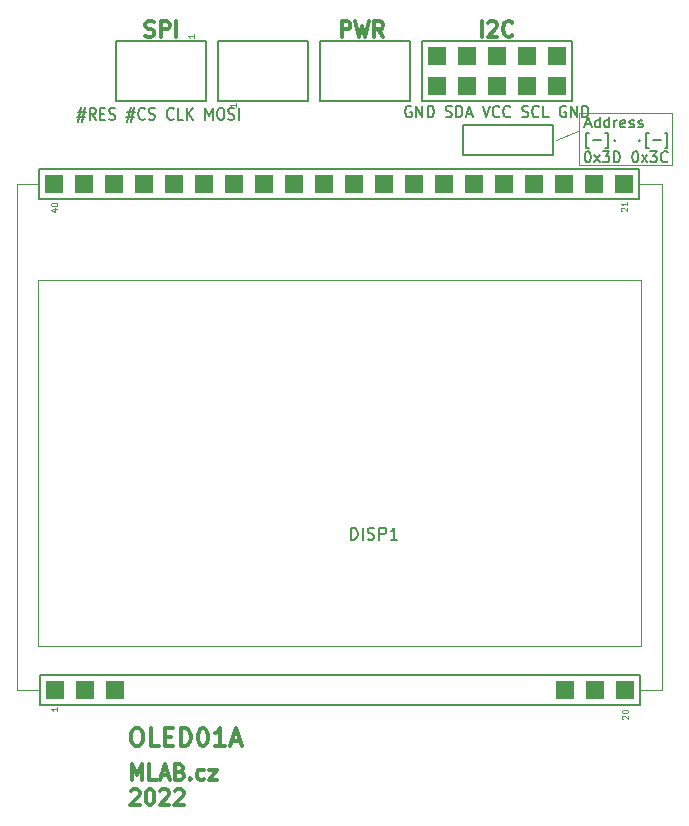
<source format=gbr>
%TF.GenerationSoftware,KiCad,Pcbnew,6.0.10+dfsg-1~bpo11+1*%
%TF.CreationDate,2023-02-13T13:45:37+00:00*%
%TF.ProjectId,OLED01,4f4c4544-3031-42e6-9b69-6361645f7063,rev?*%
%TF.SameCoordinates,PX72ba1e0PY737d6e0*%
%TF.FileFunction,Legend,Top*%
%TF.FilePolarity,Positive*%
%FSLAX46Y46*%
G04 Gerber Fmt 4.6, Leading zero omitted, Abs format (unit mm)*
G04 Created by KiCad (PCBNEW 6.0.10+dfsg-1~bpo11+1) date 2023-02-13 13:45:37*
%MOMM*%
%LPD*%
G01*
G04 APERTURE LIST*
%ADD10C,0.100000*%
%ADD11C,0.120000*%
%ADD12C,0.150000*%
%ADD13C,0.300000*%
%ADD14C,0.050000*%
%ADD15R,1.524000X1.524000*%
G04 APERTURE END LIST*
D10*
X45550000Y57300000D02*
X53450000Y57300000D01*
X53450000Y57300000D02*
X53450000Y52900000D01*
X53450000Y52900000D02*
X45550000Y52900000D01*
X45550000Y52900000D02*
X45550000Y57300000D01*
D11*
X45500000Y55800000D02*
X43600000Y55000000D01*
D12*
X3185714Y57414286D02*
X3828571Y57414286D01*
X3442857Y57842858D02*
X3185714Y56557143D01*
X3742857Y56985715D02*
X3100000Y56985715D01*
X3485714Y56557143D02*
X3742857Y57842858D01*
X4642857Y56747620D02*
X4342857Y57223810D01*
X4128571Y56747620D02*
X4128571Y57747620D01*
X4471428Y57747620D01*
X4557142Y57700000D01*
X4600000Y57652381D01*
X4642857Y57557143D01*
X4642857Y57414286D01*
X4600000Y57319048D01*
X4557142Y57271429D01*
X4471428Y57223810D01*
X4128571Y57223810D01*
X5028571Y57271429D02*
X5328571Y57271429D01*
X5457142Y56747620D02*
X5028571Y56747620D01*
X5028571Y57747620D01*
X5457142Y57747620D01*
X5800000Y56795239D02*
X5928571Y56747620D01*
X6142857Y56747620D01*
X6228571Y56795239D01*
X6271428Y56842858D01*
X6314285Y56938096D01*
X6314285Y57033334D01*
X6271428Y57128572D01*
X6228571Y57176191D01*
X6142857Y57223810D01*
X5971428Y57271429D01*
X5885714Y57319048D01*
X5842857Y57366667D01*
X5800000Y57461905D01*
X5800000Y57557143D01*
X5842857Y57652381D01*
X5885714Y57700000D01*
X5971428Y57747620D01*
X6185714Y57747620D01*
X6314285Y57700000D01*
X7342857Y57414286D02*
X7985714Y57414286D01*
X7600000Y57842858D02*
X7342857Y56557143D01*
X7900000Y56985715D02*
X7257142Y56985715D01*
X7642857Y56557143D02*
X7900000Y57842858D01*
X8800000Y56842858D02*
X8757142Y56795239D01*
X8628571Y56747620D01*
X8542857Y56747620D01*
X8414285Y56795239D01*
X8328571Y56890477D01*
X8285714Y56985715D01*
X8242857Y57176191D01*
X8242857Y57319048D01*
X8285714Y57509524D01*
X8328571Y57604762D01*
X8414285Y57700000D01*
X8542857Y57747620D01*
X8628571Y57747620D01*
X8757142Y57700000D01*
X8800000Y57652381D01*
X9142857Y56795239D02*
X9271428Y56747620D01*
X9485714Y56747620D01*
X9571428Y56795239D01*
X9614285Y56842858D01*
X9657142Y56938096D01*
X9657142Y57033334D01*
X9614285Y57128572D01*
X9571428Y57176191D01*
X9485714Y57223810D01*
X9314285Y57271429D01*
X9228571Y57319048D01*
X9185714Y57366667D01*
X9142857Y57461905D01*
X9142857Y57557143D01*
X9185714Y57652381D01*
X9228571Y57700000D01*
X9314285Y57747620D01*
X9528571Y57747620D01*
X9657142Y57700000D01*
X11242857Y56842858D02*
X11200000Y56795239D01*
X11071428Y56747620D01*
X10985714Y56747620D01*
X10857142Y56795239D01*
X10771428Y56890477D01*
X10728571Y56985715D01*
X10685714Y57176191D01*
X10685714Y57319048D01*
X10728571Y57509524D01*
X10771428Y57604762D01*
X10857142Y57700000D01*
X10985714Y57747620D01*
X11071428Y57747620D01*
X11200000Y57700000D01*
X11242857Y57652381D01*
X12057142Y56747620D02*
X11628571Y56747620D01*
X11628571Y57747620D01*
X12357142Y56747620D02*
X12357142Y57747620D01*
X12871428Y56747620D02*
X12485714Y57319048D01*
X12871428Y57747620D02*
X12357142Y57176191D01*
X13942857Y56747620D02*
X13942857Y57747620D01*
X14242857Y57033334D01*
X14542857Y57747620D01*
X14542857Y56747620D01*
X15142857Y57747620D02*
X15314285Y57747620D01*
X15400000Y57700000D01*
X15485714Y57604762D01*
X15528571Y57414286D01*
X15528571Y57080953D01*
X15485714Y56890477D01*
X15400000Y56795239D01*
X15314285Y56747620D01*
X15142857Y56747620D01*
X15057142Y56795239D01*
X14971428Y56890477D01*
X14928571Y57080953D01*
X14928571Y57414286D01*
X14971428Y57604762D01*
X15057142Y57700000D01*
X15142857Y57747620D01*
X15871428Y56795239D02*
X16000000Y56747620D01*
X16214285Y56747620D01*
X16300000Y56795239D01*
X16342857Y56842858D01*
X16385714Y56938096D01*
X16385714Y57033334D01*
X16342857Y57128572D01*
X16300000Y57176191D01*
X16214285Y57223810D01*
X16042857Y57271429D01*
X15957142Y57319048D01*
X15914285Y57366667D01*
X15871428Y57461905D01*
X15871428Y57557143D01*
X15914285Y57652381D01*
X15957142Y57700000D01*
X16042857Y57747620D01*
X16257142Y57747620D01*
X16385714Y57700000D01*
X16771428Y56747620D02*
X16771428Y57747620D01*
D13*
X8869047Y63849456D02*
X9054761Y63787551D01*
X9364285Y63787551D01*
X9488095Y63849456D01*
X9550000Y63911361D01*
X9611904Y64035170D01*
X9611904Y64158980D01*
X9550000Y64282789D01*
X9488095Y64344694D01*
X9364285Y64406599D01*
X9116666Y64468504D01*
X8992857Y64530408D01*
X8930952Y64592313D01*
X8869047Y64716123D01*
X8869047Y64839932D01*
X8930952Y64963742D01*
X8992857Y65025646D01*
X9116666Y65087551D01*
X9426190Y65087551D01*
X9611904Y65025646D01*
X10169047Y63787551D02*
X10169047Y65087551D01*
X10664285Y65087551D01*
X10788095Y65025646D01*
X10850000Y64963742D01*
X10911904Y64839932D01*
X10911904Y64654218D01*
X10850000Y64530408D01*
X10788095Y64468504D01*
X10664285Y64406599D01*
X10169047Y64406599D01*
X11469047Y63787551D02*
X11469047Y65087551D01*
D12*
X46256546Y54058093D02*
X46342260Y54058093D01*
X46427974Y54015235D01*
X46470831Y53972378D01*
X46513688Y53886664D01*
X46556546Y53715235D01*
X46556546Y53500950D01*
X46513688Y53329521D01*
X46470831Y53243807D01*
X46427974Y53200950D01*
X46342260Y53158093D01*
X46256546Y53158093D01*
X46170831Y53200950D01*
X46127974Y53243807D01*
X46085117Y53329521D01*
X46042260Y53500950D01*
X46042260Y53715235D01*
X46085117Y53886664D01*
X46127974Y53972378D01*
X46170831Y54015235D01*
X46256546Y54058093D01*
X46856546Y53158093D02*
X47327974Y53758093D01*
X46856546Y53758093D02*
X47327974Y53158093D01*
X47585117Y54058093D02*
X48142260Y54058093D01*
X47842260Y53715235D01*
X47970831Y53715235D01*
X48056546Y53672378D01*
X48099403Y53629521D01*
X48142260Y53543807D01*
X48142260Y53329521D01*
X48099403Y53243807D01*
X48056546Y53200950D01*
X47970831Y53158093D01*
X47713688Y53158093D01*
X47627974Y53200950D01*
X47585117Y53243807D01*
X48527974Y53158093D02*
X48527974Y54058093D01*
X48742260Y54058093D01*
X48870831Y54015235D01*
X48956546Y53929521D01*
X48999403Y53843807D01*
X49042260Y53672378D01*
X49042260Y53543807D01*
X48999403Y53372378D01*
X48956546Y53286664D01*
X48870831Y53200950D01*
X48742260Y53158093D01*
X48527974Y53158093D01*
X50285117Y54058093D02*
X50370831Y54058093D01*
X50456546Y54015235D01*
X50499403Y53972378D01*
X50542260Y53886664D01*
X50585117Y53715235D01*
X50585117Y53500950D01*
X50542260Y53329521D01*
X50499403Y53243807D01*
X50456546Y53200950D01*
X50370831Y53158093D01*
X50285117Y53158093D01*
X50199403Y53200950D01*
X50156546Y53243807D01*
X50113688Y53329521D01*
X50070831Y53500950D01*
X50070831Y53715235D01*
X50113688Y53886664D01*
X50156546Y53972378D01*
X50199403Y54015235D01*
X50285117Y54058093D01*
X50885117Y53158093D02*
X51356546Y53758093D01*
X50885117Y53758093D02*
X51356546Y53158093D01*
X51613688Y54058093D02*
X52170831Y54058093D01*
X51870831Y53715235D01*
X51999403Y53715235D01*
X52085117Y53672378D01*
X52127974Y53629521D01*
X52170831Y53543807D01*
X52170831Y53329521D01*
X52127974Y53243807D01*
X52085117Y53200950D01*
X51999403Y53158093D01*
X51742260Y53158093D01*
X51656546Y53200950D01*
X51613688Y53243807D01*
X53070831Y53243807D02*
X53027974Y53200950D01*
X52899403Y53158093D01*
X52813688Y53158093D01*
X52685117Y53200950D01*
X52599403Y53286664D01*
X52556546Y53372378D01*
X52513688Y53543807D01*
X52513688Y53672378D01*
X52556546Y53843807D01*
X52599403Y53929521D01*
X52685117Y54015235D01*
X52813688Y54058093D01*
X52899403Y54058093D01*
X53027974Y54015235D01*
X53070831Y53972378D01*
D13*
X7704523Y858405D02*
X7704523Y2158405D01*
X8137857Y1229834D01*
X8571190Y2158405D01*
X8571190Y858405D01*
X9809285Y858405D02*
X9190238Y858405D01*
X9190238Y2158405D01*
X10180714Y1229834D02*
X10799761Y1229834D01*
X10056904Y858405D02*
X10490238Y2158405D01*
X10923571Y858405D01*
X11790238Y1539358D02*
X11975952Y1477453D01*
X12037857Y1415548D01*
X12099761Y1291739D01*
X12099761Y1106024D01*
X12037857Y982215D01*
X11975952Y920310D01*
X11852142Y858405D01*
X11356904Y858405D01*
X11356904Y2158405D01*
X11790238Y2158405D01*
X11914047Y2096500D01*
X11975952Y2034596D01*
X12037857Y1910786D01*
X12037857Y1786977D01*
X11975952Y1663167D01*
X11914047Y1601262D01*
X11790238Y1539358D01*
X11356904Y1539358D01*
X12656904Y982215D02*
X12718809Y920310D01*
X12656904Y858405D01*
X12595000Y920310D01*
X12656904Y982215D01*
X12656904Y858405D01*
X13833095Y920310D02*
X13709285Y858405D01*
X13461666Y858405D01*
X13337857Y920310D01*
X13275952Y982215D01*
X13214047Y1106024D01*
X13214047Y1477453D01*
X13275952Y1601262D01*
X13337857Y1663167D01*
X13461666Y1725072D01*
X13709285Y1725072D01*
X13833095Y1663167D01*
X14266428Y1725072D02*
X14947380Y1725072D01*
X14266428Y858405D01*
X14947380Y858405D01*
X7642619Y-58404D02*
X7704523Y3500D01*
X7828333Y65405D01*
X8137857Y65405D01*
X8261666Y3500D01*
X8323571Y-58404D01*
X8385476Y-182214D01*
X8385476Y-306023D01*
X8323571Y-491738D01*
X7580714Y-1234595D01*
X8385476Y-1234595D01*
X9190238Y65405D02*
X9314047Y65405D01*
X9437857Y3500D01*
X9499761Y-58404D01*
X9561666Y-182214D01*
X9623571Y-429833D01*
X9623571Y-739357D01*
X9561666Y-986976D01*
X9499761Y-1110785D01*
X9437857Y-1172690D01*
X9314047Y-1234595D01*
X9190238Y-1234595D01*
X9066428Y-1172690D01*
X9004523Y-1110785D01*
X8942619Y-986976D01*
X8880714Y-739357D01*
X8880714Y-429833D01*
X8942619Y-182214D01*
X9004523Y-58404D01*
X9066428Y3500D01*
X9190238Y65405D01*
X10118809Y-58404D02*
X10180714Y3500D01*
X10304523Y65405D01*
X10614047Y65405D01*
X10737857Y3500D01*
X10799761Y-58404D01*
X10861666Y-182214D01*
X10861666Y-306023D01*
X10799761Y-491738D01*
X10056904Y-1234595D01*
X10861666Y-1234595D01*
X11356904Y-58404D02*
X11418809Y3500D01*
X11542619Y65405D01*
X11852142Y65405D01*
X11975952Y3500D01*
X12037857Y-58404D01*
X12099761Y-182214D01*
X12099761Y-306023D01*
X12037857Y-491738D01*
X11295000Y-1234595D01*
X12099761Y-1234595D01*
D12*
X31378571Y57900000D02*
X31292857Y57947620D01*
X31164285Y57947620D01*
X31035714Y57900000D01*
X30950000Y57804762D01*
X30907142Y57709524D01*
X30864285Y57519048D01*
X30864285Y57376191D01*
X30907142Y57185715D01*
X30950000Y57090477D01*
X31035714Y56995239D01*
X31164285Y56947620D01*
X31250000Y56947620D01*
X31378571Y56995239D01*
X31421428Y57042858D01*
X31421428Y57376191D01*
X31250000Y57376191D01*
X31807142Y56947620D02*
X31807142Y57947620D01*
X32321428Y56947620D01*
X32321428Y57947620D01*
X32750000Y56947620D02*
X32750000Y57947620D01*
X32964285Y57947620D01*
X33092857Y57900000D01*
X33178571Y57804762D01*
X33221428Y57709524D01*
X33264285Y57519048D01*
X33264285Y57376191D01*
X33221428Y57185715D01*
X33178571Y57090477D01*
X33092857Y56995239D01*
X32964285Y56947620D01*
X32750000Y56947620D01*
X34292857Y56995239D02*
X34421428Y56947620D01*
X34635714Y56947620D01*
X34721428Y56995239D01*
X34764285Y57042858D01*
X34807142Y57138096D01*
X34807142Y57233334D01*
X34764285Y57328572D01*
X34721428Y57376191D01*
X34635714Y57423810D01*
X34464285Y57471429D01*
X34378571Y57519048D01*
X34335714Y57566667D01*
X34292857Y57661905D01*
X34292857Y57757143D01*
X34335714Y57852381D01*
X34378571Y57900000D01*
X34464285Y57947620D01*
X34678571Y57947620D01*
X34807142Y57900000D01*
X35192857Y56947620D02*
X35192857Y57947620D01*
X35407142Y57947620D01*
X35535714Y57900000D01*
X35621428Y57804762D01*
X35664285Y57709524D01*
X35707142Y57519048D01*
X35707142Y57376191D01*
X35664285Y57185715D01*
X35621428Y57090477D01*
X35535714Y56995239D01*
X35407142Y56947620D01*
X35192857Y56947620D01*
X36050000Y57233334D02*
X36478571Y57233334D01*
X35964285Y56947620D02*
X36264285Y57947620D01*
X36564285Y56947620D01*
X37421428Y57947620D02*
X37721428Y56947620D01*
X38021428Y57947620D01*
X38835714Y57042858D02*
X38792857Y56995239D01*
X38664285Y56947620D01*
X38578571Y56947620D01*
X38450000Y56995239D01*
X38364285Y57090477D01*
X38321428Y57185715D01*
X38278571Y57376191D01*
X38278571Y57519048D01*
X38321428Y57709524D01*
X38364285Y57804762D01*
X38450000Y57900000D01*
X38578571Y57947620D01*
X38664285Y57947620D01*
X38792857Y57900000D01*
X38835714Y57852381D01*
X39735714Y57042858D02*
X39692857Y56995239D01*
X39564285Y56947620D01*
X39478571Y56947620D01*
X39350000Y56995239D01*
X39264285Y57090477D01*
X39221428Y57185715D01*
X39178571Y57376191D01*
X39178571Y57519048D01*
X39221428Y57709524D01*
X39264285Y57804762D01*
X39350000Y57900000D01*
X39478571Y57947620D01*
X39564285Y57947620D01*
X39692857Y57900000D01*
X39735714Y57852381D01*
X40764285Y56995239D02*
X40892857Y56947620D01*
X41107142Y56947620D01*
X41192857Y56995239D01*
X41235714Y57042858D01*
X41278571Y57138096D01*
X41278571Y57233334D01*
X41235714Y57328572D01*
X41192857Y57376191D01*
X41107142Y57423810D01*
X40935714Y57471429D01*
X40850000Y57519048D01*
X40807142Y57566667D01*
X40764285Y57661905D01*
X40764285Y57757143D01*
X40807142Y57852381D01*
X40850000Y57900000D01*
X40935714Y57947620D01*
X41150000Y57947620D01*
X41278571Y57900000D01*
X42178571Y57042858D02*
X42135714Y56995239D01*
X42007142Y56947620D01*
X41921428Y56947620D01*
X41792857Y56995239D01*
X41707142Y57090477D01*
X41664285Y57185715D01*
X41621428Y57376191D01*
X41621428Y57519048D01*
X41664285Y57709524D01*
X41707142Y57804762D01*
X41792857Y57900000D01*
X41921428Y57947620D01*
X42007142Y57947620D01*
X42135714Y57900000D01*
X42178571Y57852381D01*
X42992857Y56947620D02*
X42564285Y56947620D01*
X42564285Y57947620D01*
X44450000Y57900000D02*
X44364285Y57947620D01*
X44235714Y57947620D01*
X44107142Y57900000D01*
X44021428Y57804762D01*
X43978571Y57709524D01*
X43935714Y57519048D01*
X43935714Y57376191D01*
X43978571Y57185715D01*
X44021428Y57090477D01*
X44107142Y56995239D01*
X44235714Y56947620D01*
X44321428Y56947620D01*
X44450000Y56995239D01*
X44492857Y57042858D01*
X44492857Y57376191D01*
X44321428Y57376191D01*
X44878571Y56947620D02*
X44878571Y57947620D01*
X45392857Y56947620D01*
X45392857Y57947620D01*
X45821428Y56947620D02*
X45821428Y57947620D01*
X46035714Y57947620D01*
X46164285Y57900000D01*
X46250000Y57804762D01*
X46292857Y57709524D01*
X46335714Y57519048D01*
X46335714Y57376191D01*
X46292857Y57185715D01*
X46250000Y57090477D01*
X46164285Y56995239D01*
X46035714Y56947620D01*
X45821428Y56947620D01*
D13*
X8012857Y5221429D02*
X8298571Y5221429D01*
X8441428Y5150000D01*
X8584285Y5007143D01*
X8655714Y4721429D01*
X8655714Y4221429D01*
X8584285Y3935715D01*
X8441428Y3792858D01*
X8298571Y3721429D01*
X8012857Y3721429D01*
X7870000Y3792858D01*
X7727142Y3935715D01*
X7655714Y4221429D01*
X7655714Y4721429D01*
X7727142Y5007143D01*
X7870000Y5150000D01*
X8012857Y5221429D01*
X10012857Y3721429D02*
X9298571Y3721429D01*
X9298571Y5221429D01*
X10512857Y4507143D02*
X11012857Y4507143D01*
X11227142Y3721429D02*
X10512857Y3721429D01*
X10512857Y5221429D01*
X11227142Y5221429D01*
X11870000Y3721429D02*
X11870000Y5221429D01*
X12227142Y5221429D01*
X12441428Y5150000D01*
X12584285Y5007143D01*
X12655714Y4864286D01*
X12727142Y4578572D01*
X12727142Y4364286D01*
X12655714Y4078572D01*
X12584285Y3935715D01*
X12441428Y3792858D01*
X12227142Y3721429D01*
X11870000Y3721429D01*
X13655714Y5221429D02*
X13798571Y5221429D01*
X13941428Y5150000D01*
X14012857Y5078572D01*
X14084285Y4935715D01*
X14155714Y4650000D01*
X14155714Y4292858D01*
X14084285Y4007143D01*
X14012857Y3864286D01*
X13941428Y3792858D01*
X13798571Y3721429D01*
X13655714Y3721429D01*
X13512857Y3792858D01*
X13441428Y3864286D01*
X13370000Y4007143D01*
X13298571Y4292858D01*
X13298571Y4650000D01*
X13370000Y4935715D01*
X13441428Y5078572D01*
X13512857Y5150000D01*
X13655714Y5221429D01*
X15584285Y3721429D02*
X14727142Y3721429D01*
X15155714Y3721429D02*
X15155714Y5221429D01*
X15012857Y5007143D01*
X14870000Y4864286D01*
X14727142Y4792858D01*
X16155714Y4150000D02*
X16870000Y4150000D01*
X16012857Y3721429D02*
X16512857Y5221429D01*
X17012857Y3721429D01*
X37330952Y63787551D02*
X37330952Y65087551D01*
X37888095Y64963742D02*
X37950000Y65025646D01*
X38073809Y65087551D01*
X38383333Y65087551D01*
X38507142Y65025646D01*
X38569047Y64963742D01*
X38630952Y64839932D01*
X38630952Y64716123D01*
X38569047Y64530408D01*
X37826190Y63787551D01*
X38630952Y63787551D01*
X39930952Y63911361D02*
X39869047Y63849456D01*
X39683333Y63787551D01*
X39559523Y63787551D01*
X39373809Y63849456D01*
X39250000Y63973266D01*
X39188095Y64097075D01*
X39126190Y64344694D01*
X39126190Y64530408D01*
X39188095Y64778027D01*
X39250000Y64901837D01*
X39373809Y65025646D01*
X39559523Y65087551D01*
X39683333Y65087551D01*
X39869047Y65025646D01*
X39930952Y64963742D01*
D12*
X46118928Y56374500D02*
X46547500Y56374500D01*
X46033214Y56117358D02*
X46333214Y57017358D01*
X46633214Y56117358D01*
X47318928Y56117358D02*
X47318928Y57017358D01*
X47318928Y56160215D02*
X47233214Y56117358D01*
X47061785Y56117358D01*
X46976071Y56160215D01*
X46933214Y56203072D01*
X46890357Y56288786D01*
X46890357Y56545929D01*
X46933214Y56631643D01*
X46976071Y56674500D01*
X47061785Y56717358D01*
X47233214Y56717358D01*
X47318928Y56674500D01*
X48133214Y56117358D02*
X48133214Y57017358D01*
X48133214Y56160215D02*
X48047500Y56117358D01*
X47876071Y56117358D01*
X47790357Y56160215D01*
X47747500Y56203072D01*
X47704642Y56288786D01*
X47704642Y56545929D01*
X47747500Y56631643D01*
X47790357Y56674500D01*
X47876071Y56717358D01*
X48047500Y56717358D01*
X48133214Y56674500D01*
X48561785Y56117358D02*
X48561785Y56717358D01*
X48561785Y56545929D02*
X48604642Y56631643D01*
X48647500Y56674500D01*
X48733214Y56717358D01*
X48818928Y56717358D01*
X49461785Y56160215D02*
X49376071Y56117358D01*
X49204642Y56117358D01*
X49118928Y56160215D01*
X49076071Y56245929D01*
X49076071Y56588786D01*
X49118928Y56674500D01*
X49204642Y56717358D01*
X49376071Y56717358D01*
X49461785Y56674500D01*
X49504642Y56588786D01*
X49504642Y56503072D01*
X49076071Y56417358D01*
X49847500Y56160215D02*
X49933214Y56117358D01*
X50104642Y56117358D01*
X50190357Y56160215D01*
X50233214Y56245929D01*
X50233214Y56288786D01*
X50190357Y56374500D01*
X50104642Y56417358D01*
X49976071Y56417358D01*
X49890357Y56460215D01*
X49847500Y56545929D01*
X49847500Y56588786D01*
X49890357Y56674500D01*
X49976071Y56717358D01*
X50104642Y56717358D01*
X50190357Y56674500D01*
X50576071Y56160215D02*
X50661785Y56117358D01*
X50833214Y56117358D01*
X50918928Y56160215D01*
X50961785Y56245929D01*
X50961785Y56288786D01*
X50918928Y56374500D01*
X50833214Y56417358D01*
X50704642Y56417358D01*
X50618928Y56460215D01*
X50576071Y56545929D01*
X50576071Y56588786D01*
X50618928Y56674500D01*
X50704642Y56717358D01*
X50833214Y56717358D01*
X50918928Y56674500D01*
X46418928Y54368358D02*
X46204642Y54368358D01*
X46204642Y55654072D01*
X46418928Y55654072D01*
X46761785Y55011215D02*
X47447500Y55011215D01*
X47790357Y54368358D02*
X48004642Y54368358D01*
X48004642Y55654072D01*
X47790357Y55654072D01*
X48604642Y55054072D02*
X48561785Y55011215D01*
X48604642Y54968358D01*
X48647500Y55011215D01*
X48604642Y55054072D01*
X48604642Y54968358D01*
X50661785Y55054072D02*
X50618928Y55011215D01*
X50661785Y54968358D01*
X50704642Y55011215D01*
X50661785Y55054072D01*
X50661785Y54968358D01*
X51476071Y54368358D02*
X51261785Y54368358D01*
X51261785Y55654072D01*
X51476071Y55654072D01*
X51818928Y55011215D02*
X52504642Y55011215D01*
X52847500Y54368358D02*
X53061785Y54368358D01*
X53061785Y55654072D01*
X52847500Y55654072D01*
D13*
X25466666Y63787551D02*
X25466666Y65087551D01*
X25961904Y65087551D01*
X26085714Y65025646D01*
X26147619Y64963742D01*
X26209523Y64839932D01*
X26209523Y64654218D01*
X26147619Y64530408D01*
X26085714Y64468504D01*
X25961904Y64406599D01*
X25466666Y64406599D01*
X26642857Y65087551D02*
X26952380Y63787551D01*
X27200000Y64716123D01*
X27447619Y63787551D01*
X27757142Y65087551D01*
X28995238Y63787551D02*
X28561904Y64406599D01*
X28252380Y63787551D02*
X28252380Y65087551D01*
X28747619Y65087551D01*
X28871428Y65025646D01*
X28933333Y64963742D01*
X28995238Y64839932D01*
X28995238Y64654218D01*
X28933333Y64530408D01*
X28871428Y64468504D01*
X28747619Y64406599D01*
X28252380Y64406599D01*
D14*
%TO.C,J4*%
X12966190Y63963858D02*
X12966190Y63678143D01*
X12966190Y63821000D02*
X12466190Y63821000D01*
X12537619Y63773381D01*
X12585238Y63725762D01*
X12609047Y63678143D01*
D12*
%TO.C,DISP1*%
X26247619Y21197620D02*
X26247619Y22197620D01*
X26485714Y22197620D01*
X26628571Y22150000D01*
X26723809Y22054762D01*
X26771428Y21959524D01*
X26819047Y21769048D01*
X26819047Y21626191D01*
X26771428Y21435715D01*
X26723809Y21340477D01*
X26628571Y21245239D01*
X26485714Y21197620D01*
X26247619Y21197620D01*
X27247619Y21197620D02*
X27247619Y22197620D01*
X27676190Y21245239D02*
X27819047Y21197620D01*
X28057142Y21197620D01*
X28152380Y21245239D01*
X28200000Y21292858D01*
X28247619Y21388096D01*
X28247619Y21483334D01*
X28200000Y21578572D01*
X28152380Y21626191D01*
X28057142Y21673810D01*
X27866666Y21721429D01*
X27771428Y21769048D01*
X27723809Y21816667D01*
X27676190Y21911905D01*
X27676190Y22007143D01*
X27723809Y22102381D01*
X27771428Y22150000D01*
X27866666Y22197620D01*
X28104761Y22197620D01*
X28247619Y22150000D01*
X28676190Y21197620D02*
X28676190Y22197620D01*
X29057142Y22197620D01*
X29152380Y22150000D01*
X29200000Y22102381D01*
X29247619Y22007143D01*
X29247619Y21864286D01*
X29200000Y21769048D01*
X29152380Y21721429D01*
X29057142Y21673810D01*
X28676190Y21673810D01*
X30200000Y21197620D02*
X29628571Y21197620D01*
X29914285Y21197620D02*
X29914285Y22197620D01*
X29819047Y22054762D01*
X29723809Y21959524D01*
X29628571Y21911905D01*
D14*
X1052857Y49187143D02*
X1386190Y49187143D01*
X862380Y49068096D02*
X1219523Y48949048D01*
X1219523Y49258572D01*
X886190Y49544286D02*
X886190Y49591905D01*
X910000Y49639524D01*
X933809Y49663334D01*
X981428Y49687143D01*
X1076666Y49710953D01*
X1195714Y49710953D01*
X1290952Y49687143D01*
X1338571Y49663334D01*
X1362380Y49639524D01*
X1386190Y49591905D01*
X1386190Y49544286D01*
X1362380Y49496667D01*
X1338571Y49472858D01*
X1290952Y49449048D01*
X1195714Y49425239D01*
X1076666Y49425239D01*
X981428Y49449048D01*
X933809Y49472858D01*
X910000Y49496667D01*
X886190Y49544286D01*
X49273809Y6019048D02*
X49250000Y6042858D01*
X49226190Y6090477D01*
X49226190Y6209524D01*
X49250000Y6257143D01*
X49273809Y6280953D01*
X49321428Y6304762D01*
X49369047Y6304762D01*
X49440476Y6280953D01*
X49726190Y5995239D01*
X49726190Y6304762D01*
X49226190Y6614286D02*
X49226190Y6661905D01*
X49250000Y6709524D01*
X49273809Y6733334D01*
X49321428Y6757143D01*
X49416666Y6780953D01*
X49535714Y6780953D01*
X49630952Y6757143D01*
X49678571Y6733334D01*
X49702380Y6709524D01*
X49726190Y6661905D01*
X49726190Y6614286D01*
X49702380Y6566667D01*
X49678571Y6542858D01*
X49630952Y6519048D01*
X49535714Y6495239D01*
X49416666Y6495239D01*
X49321428Y6519048D01*
X49273809Y6542858D01*
X49250000Y6566667D01*
X49226190Y6614286D01*
X1396190Y6991858D02*
X1396190Y6706143D01*
X1396190Y6849000D02*
X896190Y6849000D01*
X967619Y6801381D01*
X1015238Y6753762D01*
X1039047Y6706143D01*
X49173809Y49019048D02*
X49150000Y49042858D01*
X49126190Y49090477D01*
X49126190Y49209524D01*
X49150000Y49257143D01*
X49173809Y49280953D01*
X49221428Y49304762D01*
X49269047Y49304762D01*
X49340476Y49280953D01*
X49626190Y48995239D01*
X49626190Y49304762D01*
X49626190Y49780953D02*
X49626190Y49495239D01*
X49626190Y49638096D02*
X49126190Y49638096D01*
X49197619Y49590477D01*
X49245238Y49542858D01*
X49269047Y49495239D01*
%TO.C,J3*%
X16506190Y58121858D02*
X16506190Y57836143D01*
X16506190Y57979000D02*
X16006190Y57979000D01*
X16077619Y57931381D01*
X16125238Y57883762D01*
X16149047Y57836143D01*
D12*
%TO.C,J6*%
X32250000Y63440000D02*
X44950000Y63440000D01*
X44950000Y58360000D02*
X32250000Y58360000D01*
X32250000Y58360000D02*
X32250000Y63440000D01*
X44950000Y63440000D02*
X44950000Y58360000D01*
%TO.C,J5*%
X35790000Y53730000D02*
X35790000Y56270000D01*
X43410000Y56270000D02*
X43410000Y53730000D01*
X43410000Y53730000D02*
X35790000Y53730000D01*
X35790000Y56270000D02*
X43410000Y56270000D01*
%TO.C,J4*%
X14010000Y58360000D02*
X6390000Y58360000D01*
X6390000Y58360000D02*
X6390000Y63440000D01*
X14010000Y63440000D02*
X14010000Y58360000D01*
X6390000Y63440000D02*
X14010000Y63440000D01*
%TO.C,DISP1*%
X50690000Y50030000D02*
X-110000Y50030000D01*
D11*
X-2000000Y8500000D02*
X-100000Y8500000D01*
X52600000Y51300000D02*
X50690000Y51300000D01*
D12*
X50700000Y7230000D02*
X-100000Y7230000D01*
X-110000Y52570000D02*
X50690000Y52570000D01*
X-100000Y9770000D02*
X50700000Y9770000D01*
D11*
X-2000000Y51300000D02*
X-2000000Y8500000D01*
D12*
X-100000Y7230000D02*
X-100000Y9770000D01*
X-110000Y50030000D02*
X-110000Y52570000D01*
D11*
X52600000Y8500000D02*
X52600000Y51300000D01*
D12*
X50690000Y52570000D02*
X50690000Y50030000D01*
X50700000Y9770000D02*
X50700000Y7230000D01*
D11*
X-110000Y51300000D02*
X-2000000Y51300000D01*
X50700000Y8500000D02*
X52600000Y8500000D01*
X-200000Y43200000D02*
X50800000Y43200000D01*
X50800000Y43200000D02*
X50800000Y12200000D01*
X50800000Y12200000D02*
X-200000Y12200000D01*
X-200000Y12200000D02*
X-200000Y43200000D01*
X-200000Y43200000D02*
X50800000Y43200000D01*
X50800000Y43200000D02*
X50800000Y12200000D01*
X50800000Y12200000D02*
X-200000Y12200000D01*
X-200000Y12200000D02*
X-200000Y43200000D01*
D12*
%TO.C,J2*%
X31250000Y58360000D02*
X23630000Y58360000D01*
X31250000Y63440000D02*
X31250000Y58360000D01*
X23630000Y63440000D02*
X31250000Y63440000D01*
X23630000Y58360000D02*
X23630000Y63440000D01*
%TO.C,J3*%
X15010000Y58360000D02*
X15010000Y63440000D01*
X22630000Y58360000D02*
X15010000Y58360000D01*
X22630000Y63440000D02*
X22630000Y58360000D01*
X15010000Y63440000D02*
X22630000Y63440000D01*
%TD*%
D15*
%TO.C,J6*%
X33520000Y59630000D03*
X33520000Y62170000D03*
X36060000Y59630000D03*
X36060000Y62170000D03*
X38600000Y59630000D03*
X38600000Y62170000D03*
X41140000Y59630000D03*
X41140000Y62170000D03*
X43680000Y59630000D03*
X43680000Y62170000D03*
%TD*%
%TO.C,DISP1*%
X1170000Y8500000D03*
X3710000Y8500000D03*
X6250000Y8500000D03*
X44350000Y8500000D03*
X46890000Y8500000D03*
X49430000Y8500000D03*
X49420000Y51300000D03*
X46880000Y51300000D03*
X44340000Y51300000D03*
X41800000Y51300000D03*
X39260000Y51300000D03*
X36720000Y51300000D03*
X34180000Y51300000D03*
X31640000Y51300000D03*
X29100000Y51300000D03*
X26560000Y51300000D03*
X24020000Y51300000D03*
X21480000Y51300000D03*
X18940000Y51300000D03*
X16400000Y51300000D03*
X13860000Y51300000D03*
X11320000Y51300000D03*
X8780000Y51300000D03*
X6240000Y51300000D03*
X3700000Y51300000D03*
X1160000Y51300000D03*
%TD*%
M02*

</source>
